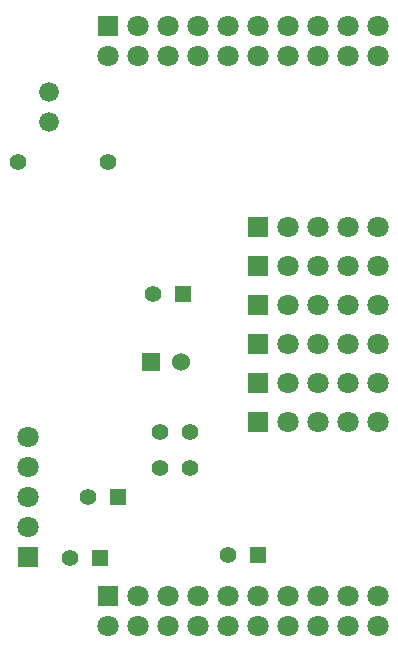
<source format=gbs>
G04 (created by PCBNEW (2013-07-07 BZR 4022)-stable) date 3/14/2014 11:35:05 AM*
%MOIN*%
G04 Gerber Fmt 3.4, Leading zero omitted, Abs format*
%FSLAX34Y34*%
G01*
G70*
G90*
G04 APERTURE LIST*
%ADD10C,0.00590551*%
%ADD11R,0.06X0.06*%
%ADD12C,0.06*%
%ADD13C,0.055*%
%ADD14R,0.055X0.055*%
%ADD15R,0.0708661X0.0708661*%
%ADD16C,0.0708661*%
%ADD17C,0.066*%
G04 APERTURE END LIST*
G54D10*
G54D11*
X84350Y-75950D03*
G54D12*
X85350Y-75950D03*
G54D13*
X84650Y-78300D03*
X85650Y-78300D03*
X84650Y-79500D03*
X85650Y-79500D03*
G54D14*
X87900Y-82400D03*
G54D13*
X86900Y-82400D03*
G54D14*
X82650Y-82500D03*
G54D13*
X81650Y-82500D03*
G54D14*
X85400Y-73700D03*
G54D13*
X84400Y-73700D03*
G54D15*
X82900Y-83750D03*
G54D16*
X82900Y-84750D03*
X83900Y-83750D03*
X83900Y-84750D03*
X84900Y-83750D03*
X84900Y-84750D03*
X85900Y-83750D03*
X85900Y-84750D03*
X86900Y-83750D03*
X86900Y-84750D03*
X87900Y-83750D03*
X87900Y-84750D03*
X88900Y-83750D03*
X88900Y-84750D03*
X89900Y-83750D03*
X89900Y-84750D03*
X90900Y-83750D03*
X90900Y-84750D03*
X91900Y-83750D03*
X91900Y-84750D03*
G54D15*
X82900Y-64750D03*
G54D16*
X82900Y-65750D03*
X83900Y-64750D03*
X83900Y-65750D03*
X84900Y-64750D03*
X84900Y-65750D03*
X85900Y-64750D03*
X85900Y-65750D03*
X86900Y-64750D03*
X86900Y-65750D03*
X87900Y-64750D03*
X87900Y-65750D03*
X88900Y-64750D03*
X88900Y-65750D03*
X89900Y-64750D03*
X89900Y-65750D03*
X90900Y-64750D03*
X90900Y-65750D03*
X91900Y-64750D03*
X91900Y-65750D03*
G54D14*
X83250Y-80450D03*
G54D13*
X82250Y-80450D03*
G54D15*
X80250Y-82450D03*
G54D16*
X80250Y-81450D03*
X80250Y-80450D03*
X80250Y-79450D03*
X80250Y-78450D03*
G54D15*
X87900Y-71450D03*
G54D16*
X88900Y-71450D03*
X89900Y-71450D03*
X90900Y-71450D03*
X91900Y-71450D03*
G54D15*
X87900Y-72750D03*
G54D16*
X88900Y-72750D03*
X89900Y-72750D03*
X90900Y-72750D03*
X91900Y-72750D03*
G54D15*
X87900Y-74050D03*
G54D16*
X88900Y-74050D03*
X89900Y-74050D03*
X90900Y-74050D03*
X91900Y-74050D03*
G54D15*
X87900Y-75350D03*
G54D16*
X88900Y-75350D03*
X89900Y-75350D03*
X90900Y-75350D03*
X91900Y-75350D03*
G54D15*
X87900Y-76650D03*
G54D16*
X88900Y-76650D03*
X89900Y-76650D03*
X90900Y-76650D03*
X91900Y-76650D03*
G54D15*
X87900Y-77950D03*
G54D16*
X88900Y-77950D03*
X89900Y-77950D03*
X90900Y-77950D03*
X91900Y-77950D03*
G54D17*
X80950Y-67950D03*
X80950Y-66950D03*
G54D13*
X82900Y-69300D03*
X79900Y-69300D03*
M02*

</source>
